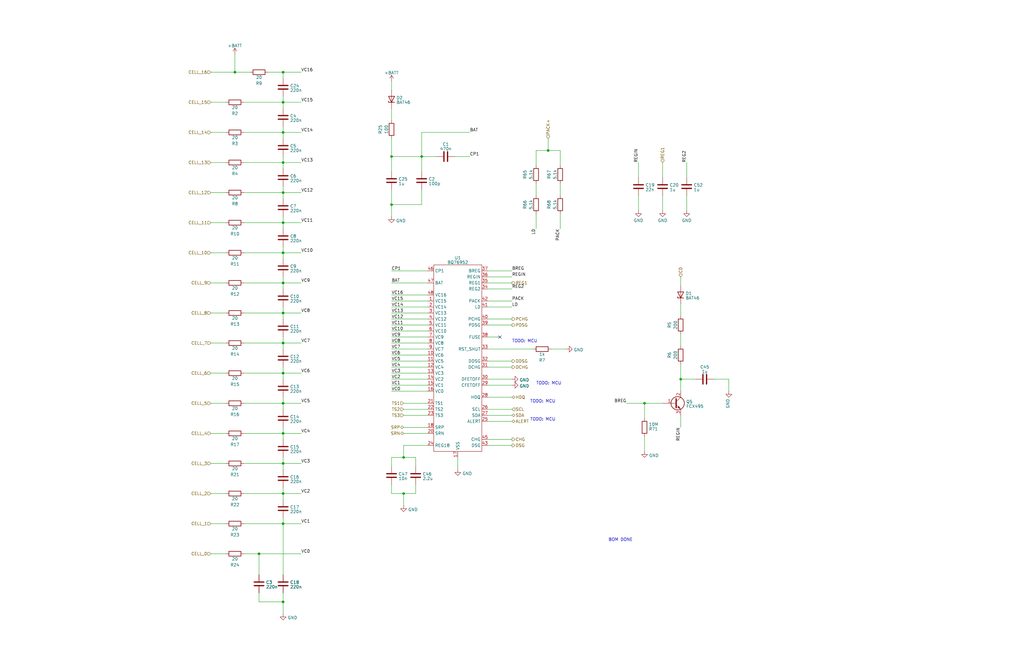
<source format=kicad_sch>
(kicad_sch (version 20230121) (generator eeschema)
  (paper "B")
  (title_block (title "Protection and Balancing") (date "2022-10-30") (rev "Rev 0") (company "QTech BMS Dept"))
  (junction (at 165.1 66.04))
  (junction (at 119.38 68.58))
  (junction (at 119.38 208.28))
  (junction (at 231.14 63.5))
  (junction (at 165.1 86.36))
  (junction (at 170.18 193.04))
  (junction (at 287.02 160.02))
  (junction (at 119.38 81.28))
  (junction (at 170.18 208.28))
  (junction (at 99.06 30.48))
  (junction (at 119.38 132.08))
  (junction (at 119.38 182.88))
  (junction (at 119.38 30.48))
  (junction (at 177.8 66.04))
  (junction (at 119.38 220.98))
  (junction (at 119.38 170.18))
  (junction (at 109.22 233.68))
  (junction (at 271.78 170.18))
  (junction (at 119.38 157.48))
  (junction (at 119.38 93.98))
  (junction (at 119.38 254))
  (junction (at 119.38 106.68))
  (junction (at 119.38 55.88))
  (junction (at 119.38 195.58))
  (junction (at 119.38 43.18))
  (junction (at 119.38 119.38))
  (junction (at 119.38 144.78))
  (no_connect (at 210.82 142.24))
  (wire (pts (xy 165.1 149.86) (xy 180.34 149.86)))
  (wire (pts (xy 191.77 66.04) (xy 198.12 66.04)))
  (wire (pts (xy 165.1 160.02) (xy 180.34 160.02)))
  (wire (pts (xy 88.9 195.58) (xy 95.25 195.58)))
  (wire (pts (xy 102.87 170.18) (xy 119.38 170.18)))
  (wire (pts (xy 287.02 128.27) (xy 287.02 133.35)))
  (wire (pts (xy 236.22 69.85) (xy 236.22 63.5)))
  (wire (pts (xy 102.87 43.18) (xy 119.38 43.18)))
  (wire (pts (xy 205.74 172.72) (xy 215.9 172.72)))
  (wire (pts (xy 119.38 55.88) (xy 119.38 58.42)))
  (wire (pts (xy 271.78 170.18) (xy 264.16 170.18)))
  (wire (pts (xy 205.74 154.94) (xy 215.9 154.94)))
  (wire (pts (xy 175.26 196.85) (xy 175.26 193.04)))
  (wire (pts (xy 205.74 129.54) (xy 215.9 129.54)))
  (wire (pts (xy 177.8 66.04) (xy 177.8 55.88)))
  (wire (pts (xy 119.38 116.84) (xy 119.38 119.38)))
  (wire (pts (xy 88.9 81.28) (xy 95.25 81.28)))
  (wire (pts (xy 205.74 147.32) (xy 224.79 147.32)))
  (wire (pts (xy 119.38 68.58) (xy 119.38 71.12)))
  (wire (pts (xy 165.1 137.16) (xy 180.34 137.16)))
  (wire (pts (xy 119.38 254) (xy 119.38 259.08)))
  (wire (pts (xy 177.8 72.39) (xy 177.8 66.04)))
  (wire (pts (xy 232.41 147.32) (xy 238.76 147.32)))
  (wire (pts (xy 165.1 129.54) (xy 180.34 129.54)))
  (wire (pts (xy 180.34 182.88) (xy 170.18 182.88)))
  (wire (pts (xy 269.24 68.58) (xy 269.24 74.93)))
  (wire (pts (xy 271.78 170.18) (xy 271.78 176.53)))
  (wire (pts (xy 119.38 205.74) (xy 119.38 208.28)))
  (wire (pts (xy 99.06 22.86) (xy 99.06 30.48)))
  (wire (pts (xy 165.1 132.08) (xy 180.34 132.08)))
  (wire (pts (xy 226.06 77.47) (xy 226.06 82.55)))
  (wire (pts (xy 119.38 167.64) (xy 119.38 170.18)))
  (wire (pts (xy 102.87 233.68) (xy 109.22 233.68)))
  (wire (pts (xy 165.1 80.01) (xy 165.1 86.36)))
  (wire (pts (xy 287.02 160.02) (xy 293.37 160.02)))
  (wire (pts (xy 119.38 157.48) (xy 127 157.48)))
  (wire (pts (xy 205.74 177.8) (xy 215.9 177.8)))
  (wire (pts (xy 205.74 116.84) (xy 215.9 116.84)))
  (wire (pts (xy 170.18 208.28) (xy 175.26 208.28)))
  (wire (pts (xy 109.22 233.68) (xy 127 233.68)))
  (wire (pts (xy 205.74 137.16) (xy 215.9 137.16)))
  (wire (pts (xy 119.38 132.08) (xy 119.38 134.62)))
  (wire (pts (xy 113.03 30.48) (xy 119.38 30.48)))
  (wire (pts (xy 119.38 66.04) (xy 119.38 68.58)))
  (wire (pts (xy 170.18 187.96) (xy 170.18 193.04)))
  (wire (pts (xy 193.04 193.04) (xy 193.04 198.12)))
  (wire (pts (xy 287.02 153.67) (xy 287.02 160.02)))
  (wire (pts (xy 119.38 250.19) (xy 119.38 254)))
  (wire (pts (xy 279.4 68.58) (xy 279.4 74.93)))
  (wire (pts (xy 88.9 170.18) (xy 95.25 170.18)))
  (wire (pts (xy 119.38 218.44) (xy 119.38 220.98)))
  (wire (pts (xy 119.38 157.48) (xy 119.38 160.02)))
  (wire (pts (xy 205.74 134.62) (xy 215.9 134.62)))
  (wire (pts (xy 119.38 68.58) (xy 127 68.58)))
  (wire (pts (xy 88.9 93.98) (xy 95.25 93.98)))
  (wire (pts (xy 99.06 30.48) (xy 105.41 30.48)))
  (wire (pts (xy 109.22 250.19) (xy 109.22 254)))
  (wire (pts (xy 119.38 180.34) (xy 119.38 182.88)))
  (wire (pts (xy 88.9 30.48) (xy 99.06 30.48)))
  (wire (pts (xy 165.1 34.29) (xy 165.1 38.1)))
  (wire (pts (xy 88.9 43.18) (xy 95.25 43.18)))
  (wire (pts (xy 119.38 195.58) (xy 127 195.58)))
  (wire (pts (xy 307.34 160.02) (xy 307.34 165.1)))
  (wire (pts (xy 170.18 193.04) (xy 165.1 193.04)))
  (wire (pts (xy 279.4 170.18) (xy 271.78 170.18)))
  (wire (pts (xy 119.38 93.98) (xy 119.38 96.52)))
  (wire (pts (xy 289.56 82.55) (xy 289.56 88.9)))
  (wire (pts (xy 88.9 68.58) (xy 95.25 68.58)))
  (wire (pts (xy 170.18 208.28) (xy 170.18 213.36)))
  (wire (pts (xy 300.99 160.02) (xy 307.34 160.02)))
  (wire (pts (xy 236.22 96.52) (xy 236.22 90.17)))
  (wire (pts (xy 119.38 208.28) (xy 127 208.28)))
  (wire (pts (xy 271.78 184.15) (xy 271.78 190.5)))
  (wire (pts (xy 88.9 119.38) (xy 95.25 119.38)))
  (wire (pts (xy 205.74 152.4) (xy 215.9 152.4)))
  (wire (pts (xy 119.38 30.48) (xy 127 30.48)))
  (wire (pts (xy 119.38 220.98) (xy 127 220.98)))
  (wire (pts (xy 205.74 119.38) (xy 215.9 119.38)))
  (wire (pts (xy 119.38 144.78) (xy 127 144.78)))
  (wire (pts (xy 180.34 180.34) (xy 170.18 180.34)))
  (wire (pts (xy 102.87 68.58) (xy 119.38 68.58)))
  (wire (pts (xy 180.34 172.72) (xy 170.18 172.72)))
  (wire (pts (xy 165.1 86.36) (xy 177.8 86.36)))
  (wire (pts (xy 165.1 66.04) (xy 177.8 66.04)))
  (wire (pts (xy 231.14 63.5) (xy 236.22 63.5)))
  (wire (pts (xy 102.87 132.08) (xy 119.38 132.08)))
  (wire (pts (xy 226.06 63.5) (xy 226.06 69.85)))
  (wire (pts (xy 102.87 81.28) (xy 119.38 81.28)))
  (wire (pts (xy 177.8 55.88) (xy 198.12 55.88)))
  (wire (pts (xy 279.4 82.55) (xy 279.4 88.9)))
  (wire (pts (xy 102.87 220.98) (xy 119.38 220.98)))
  (wire (pts (xy 205.74 114.3) (xy 215.9 114.3)))
  (wire (pts (xy 119.38 78.74) (xy 119.38 81.28)))
  (wire (pts (xy 88.9 157.48) (xy 95.25 157.48)))
  (wire (pts (xy 102.87 106.68) (xy 119.38 106.68)))
  (wire (pts (xy 165.1 204.47) (xy 165.1 208.28)))
  (wire (pts (xy 165.1 58.42) (xy 165.1 66.04)))
  (wire (pts (xy 102.87 93.98) (xy 119.38 93.98)))
  (wire (pts (xy 88.9 106.68) (xy 95.25 106.68)))
  (wire (pts (xy 102.87 157.48) (xy 119.38 157.48)))
  (wire (pts (xy 269.24 82.55) (xy 269.24 88.9)))
  (wire (pts (xy 287.02 140.97) (xy 287.02 146.05)))
  (wire (pts (xy 119.38 40.64) (xy 119.38 43.18)))
  (wire (pts (xy 205.74 160.02) (xy 215.9 160.02)))
  (wire (pts (xy 175.26 208.28) (xy 175.26 204.47)))
  (wire (pts (xy 205.74 121.92) (xy 215.9 121.92)))
  (wire (pts (xy 165.1 142.24) (xy 180.34 142.24)))
  (wire (pts (xy 165.1 208.28) (xy 170.18 208.28)))
  (wire (pts (xy 102.87 195.58) (xy 119.38 195.58)))
  (wire (pts (xy 88.9 144.78) (xy 95.25 144.78)))
  (wire (pts (xy 165.1 66.04) (xy 165.1 72.39)))
  (wire (pts (xy 119.38 55.88) (xy 127 55.88)))
  (wire (pts (xy 119.38 182.88) (xy 127 182.88)))
  (wire (pts (xy 165.1 124.46) (xy 180.34 124.46)))
  (wire (pts (xy 205.74 162.56) (xy 215.9 162.56)))
  (wire (pts (xy 88.9 220.98) (xy 95.25 220.98)))
  (wire (pts (xy 119.38 81.28) (xy 119.38 83.82)))
  (wire (pts (xy 119.38 119.38) (xy 119.38 121.92)))
  (wire (pts (xy 289.56 68.58) (xy 289.56 74.93)))
  (wire (pts (xy 165.1 127) (xy 180.34 127)))
  (wire (pts (xy 119.38 43.18) (xy 127 43.18)))
  (wire (pts (xy 236.22 82.55) (xy 236.22 77.47)))
  (wire (pts (xy 287.02 160.02) (xy 287.02 165.1)))
  (wire (pts (xy 119.38 220.98) (xy 119.38 242.57)))
  (wire (pts (xy 119.38 142.24) (xy 119.38 144.78)))
  (wire (pts (xy 119.38 195.58) (xy 119.38 198.12)))
  (wire (pts (xy 102.87 182.88) (xy 119.38 182.88)))
  (wire (pts (xy 287.02 175.26) (xy 287.02 180.34)))
  (wire (pts (xy 119.38 106.68) (xy 119.38 109.22)))
  (wire (pts (xy 119.38 193.04) (xy 119.38 195.58)))
  (wire (pts (xy 165.1 45.72) (xy 165.1 50.8)))
  (wire (pts (xy 88.9 132.08) (xy 95.25 132.08)))
  (wire (pts (xy 119.38 144.78) (xy 119.38 147.32)))
  (wire (pts (xy 109.22 233.68) (xy 109.22 242.57)))
  (wire (pts (xy 119.38 93.98) (xy 127 93.98)))
  (wire (pts (xy 119.38 43.18) (xy 119.38 45.72)))
  (wire (pts (xy 102.87 208.28) (xy 119.38 208.28)))
  (wire (pts (xy 102.87 144.78) (xy 119.38 144.78)))
  (wire (pts (xy 165.1 134.62) (xy 180.34 134.62)))
  (wire (pts (xy 119.38 132.08) (xy 127 132.08)))
  (wire (pts (xy 88.9 55.88) (xy 95.25 55.88)))
  (wire (pts (xy 102.87 55.88) (xy 119.38 55.88)))
  (wire (pts (xy 119.38 104.14) (xy 119.38 106.68)))
  (wire (pts (xy 119.38 170.18) (xy 119.38 172.72)))
  (wire (pts (xy 109.22 254) (xy 119.38 254)))
  (wire (pts (xy 231.14 63.5) (xy 231.14 58.42)))
  (wire (pts (xy 175.26 193.04) (xy 170.18 193.04)))
  (wire (pts (xy 205.74 185.42) (xy 215.9 185.42)))
  (wire (pts (xy 177.8 86.36) (xy 177.8 80.01)))
  (wire (pts (xy 165.1 193.04) (xy 165.1 196.85)))
  (wire (pts (xy 226.06 63.5) (xy 231.14 63.5)))
  (wire (pts (xy 205.74 175.26) (xy 215.9 175.26)))
  (wire (pts (xy 88.9 208.28) (xy 95.25 208.28)))
  (wire (pts (xy 119.38 81.28) (xy 127 81.28)))
  (wire (pts (xy 119.38 91.44) (xy 119.38 93.98)))
  (wire (pts (xy 165.1 165.1) (xy 180.34 165.1)))
  (wire (pts (xy 119.38 208.28) (xy 119.38 210.82)))
  (wire (pts (xy 165.1 139.7) (xy 180.34 139.7)))
  (wire (pts (xy 205.74 142.24) (xy 210.82 142.24)))
  (wire (pts (xy 165.1 144.78) (xy 180.34 144.78)))
  (wire (pts (xy 165.1 152.4) (xy 180.34 152.4)))
  (wire (pts (xy 165.1 86.36) (xy 165.1 91.44)))
  (wire (pts (xy 119.38 154.94) (xy 119.38 157.48)))
  (wire (pts (xy 205.74 127) (xy 215.9 127)))
  (wire (pts (xy 119.38 129.54) (xy 119.38 132.08)))
  (wire (pts (xy 205.74 187.96) (xy 215.9 187.96)))
  (wire (pts (xy 165.1 114.3) (xy 180.34 114.3)))
  (wire (pts (xy 170.18 187.96) (xy 180.34 187.96)))
  (wire (pts (xy 102.87 119.38) (xy 119.38 119.38)))
  (wire (pts (xy 180.34 175.26) (xy 170.18 175.26)))
  (wire (pts (xy 119.38 30.48) (xy 119.38 33.02)))
  (wire (pts (xy 226.06 90.17) (xy 226.06 96.52)))
  (wire (pts (xy 180.34 170.18) (xy 170.18 170.18)))
  (wire (pts (xy 88.9 233.68) (xy 95.25 233.68)))
  (wire (pts (xy 119.38 182.88) (xy 119.38 185.42)))
  (wire (pts (xy 165.1 154.94) (xy 180.34 154.94)))
  (wire (pts (xy 165.1 162.56) (xy 180.34 162.56)))
  (wire (pts (xy 119.38 53.34) (xy 119.38 55.88)))
  (wire (pts (xy 165.1 119.38) (xy 180.34 119.38)))
  (wire (pts (xy 119.38 170.18) (xy 127 170.18)))
  (wire (pts (xy 205.74 167.64) (xy 215.9 167.64)))
  (wire (pts (xy 177.8 66.04) (xy 184.15 66.04)))
  (wire (pts (xy 165.1 157.48) (xy 180.34 157.48)))
  (wire (pts (xy 119.38 119.38) (xy 127 119.38)))
  (wire (pts (xy 88.9 182.88) (xy 95.25 182.88)))
  (wire (pts (xy 287.02 116.84) (xy 287.02 120.65)))
  (wire (pts (xy 165.1 147.32) (xy 180.34 147.32)))
  (wire (pts (xy 119.38 106.68) (xy 127 106.68)))
  (text "TODO: MCU" (at 226.06 162.56 0) (effects (font (size 1.27 1.27)) (justify left bottom)))
  (text "BOM DONE" (at 256.54 228.6 0) (effects (font (size 1.27 1.27)) (justify left bottom)))
  (text "TODO: MCU" (at 223.52 170.18 0) (effects (font (size 1.27 1.27)) (justify left bottom)))
  (text "TODO: MCU" (at 215.9 144.78 0) (effects (font (size 1.27 1.27)) (justify left bottom)))
  (text "TODO: MCU" (at 223.52 177.8 0) (effects (font (size 1.27 1.27)) (justify left bottom)))
  (label "VC7" (at 127 144.78 0))
  (label "VC4" (at 165.1 154.94 0))
  (label "BAT" (at 198.12 55.88 0))
  (label "LD" (at 226.06 96.52 270))
  (label "VC1" (at 127 220.98 0))
  (label "VC5" (at 127 170.18 0))
  (label "VC0" (at 127 233.68 0))
  (label "VC15" (at 127 43.18 0))
  (label "LD" (at 215.9 129.54 0))
  (label "BAT" (at 165.1 119.38 0))
  (label "VC10" (at 165.1 139.7 0))
  (label "VC3" (at 127 195.58 0))
  (label "VC15" (at 165.1 127 0))
  (label "REGIN" (at 269.24 68.58 90))
  (label "PACK" (at 215.9 127 0))
  (label "VC3" (at 165.1 157.48 0))
  (label "REGIN" (at 215.9 116.84 0))
  (label "VC14" (at 165.1 129.54 0))
  (label "VC0" (at 165.1 165.1 0))
  (label "VC6" (at 165.1 149.86 0))
  (label "VC16" (at 165.1 124.46 0))
  (label "VC13" (at 165.1 132.08 0))
  (label "VC6" (at 127 157.48 0))
  (label "VC4" (at 127 182.88 0))
  (label "CP1" (at 198.12 66.04 0))
  (label "VC16" (at 127 30.48 0))
  (label "VC7" (at 165.1 147.32 0))
  (label "VC12" (at 165.1 134.62 0))
  (label "VC1" (at 165.1 162.56 0))
  (label "VC12" (at 127 81.28 0))
  (label "VC9" (at 165.1 142.24 0))
  (label "VC10" (at 127 106.68 0))
  (label "BREG" (at 264.16 170.18 180))
  (label "VC13" (at 127 68.58 0))
  (label "VC11" (at 127 93.98 0))
  (label "VC11" (at 165.1 137.16 0))
  (label "CP1" (at 165.1 114.3 0))
  (label "VC9" (at 127 119.38 0))
  (label "PACK" (at 236.22 96.52 270))
  (label "REG2" (at 215.9 121.92 0))
  (label "BREG" (at 215.9 114.3 0))
  (label "VC8" (at 127 132.08 0))
  (label "VC2" (at 165.1 160.02 0))
  (label "VC5" (at 165.1 152.4 0))
  (label "REGIN" (at 287.02 180.34 270))
  (label "VC14" (at 127 55.88 0))
  (label "VC8" (at 165.1 144.78 0))
  (label "REG2" (at 289.56 68.58 90))
  (label "VC2" (at 127 208.28 0))
  (hierarchical_label "PDSG" (shape output) (at 215.9 137.16 0))
  (hierarchical_label "SRP" (shape bidirectional) (at 170.18 180.34 180))
  (hierarchical_label "DSG" (shape output) (at 215.9 187.96 0))
  (hierarchical_label "CELL_13" (shape input) (at 88.9 68.58 180))
  (hierarchical_label "CELL_2" (shape input) (at 88.9 208.28 180))
  (hierarchical_label "CELL_14" (shape input) (at 88.9 55.88 180))
  (hierarchical_label "CELL_0" (shape input) (at 88.9 233.68 180))
  (hierarchical_label "CELL_15" (shape input) (at 88.9 43.18 180))
  (hierarchical_label "CELL_9" (shape input) (at 88.9 119.38 180))
  (hierarchical_label "REG1" (shape input) (at 279.4 68.58 90))
  (hierarchical_label "CELL_5" (shape input) (at 88.9 170.18 180))
  (hierarchical_label "CELL_3" (shape input) (at 88.9 195.58 180))
  (hierarchical_label "TS1" (shape input) (at 170.18 170.18 180))
  (hierarchical_label "TS2" (shape input) (at 170.18 172.72 180))
  (hierarchical_label "CELL_16" (shape input) (at 88.9 30.48 180))
  (hierarchical_label "CELL_10" (shape input) (at 88.9 106.68 180))
  (hierarchical_label "SCL" (shape input) (at 215.9 172.72 0))
  (hierarchical_label "CELL_7" (shape input) (at 88.9 144.78 180))
  (hierarchical_label "CELL_1" (shape input) (at 88.9 220.98 180))
  (hierarchical_label "CELL_4" (shape input) (at 88.9 182.88 180))
  (hierarchical_label "PACK+" (shape input) (at 231.14 58.42 90))
  (hierarchical_label "DDSG" (shape output) (at 215.9 152.4 0))
  (hierarchical_label "SRN" (shape bidirectional) (at 170.18 182.88 180))
  (hierarchical_label "DCHG" (shape output) (at 215.9 154.94 0))
  (hierarchical_label "PCHG" (shape output) (at 215.9 134.62 0))
  (hierarchical_label "TS3" (shape input) (at 170.18 175.26 180))
  (hierarchical_label "REG1" (shape output) (at 215.9 119.38 0))
  (hierarchical_label "SDA" (shape bidirectional) (at 215.9 175.26 0))
  (hierarchical_label "CHG" (shape output) (at 215.9 185.42 0))
  (hierarchical_label "CELL_11" (shape input) (at 88.9 93.98 180))
  (hierarchical_label "CELL_8" (shape input) (at 88.9 132.08 180))
  (hierarchical_label "HDQ" (shape bidirectional) (at 215.9 167.64 0))
  (hierarchical_label "ALERT" (shape bidirectional) (at 215.9 177.8 0))
  (hierarchical_label "CD" (shape input) (at 287.02 116.84 90))
  (hierarchical_label "CELL_12" (shape input) (at 88.9 81.28 180))
  (hierarchical_label "CELL_6" (shape input) (at 88.9 157.48 180))
  (symbol (lib_id "Device:R") (at 236.22 73.66 180) (unit 1)
    (property "Reference" "R67" (at 231.5042 73.66 90))
    (property "Value" "5.1k" (at 234.0411 73.66 90))
    (property "Footprint" "Resistor_SMD:R_0805_2012Metric" (effects hide))
    (property "Datasheet" "https://www.mouser.com/datasheet/2/447/PYu_RC_Group_51_RoHS_L_11-1984063.pdf" (effects hide))
    (property "Mouser" "https://www.mouser.com/ProductDetail/YAGEO/RC1206JR-075K1L?qs=sGAEpiMZZMtlubZbdhIBIBvSqRm9%252BnwjpZFs1r6dFlc%3D" (effects hide))
    (property "Part Number" "RC1206JR-075K1L" (effects hide))
    (property "Rating" "250mW" (effects hide))
  )
  (symbol (lib_id "Device:C") (at 269.24 78.74 180) (unit 1)
    (property "Reference" "C19" (at 272.161 78.0963 0) (effects (justify right)))
    (property "Value" "22n" (at 272.161 80.0173 0) (effects (justify right)))
    (property "Footprint" "Capacitor_SMD:C_0805_2012Metric" (effects hide))
    (property "Datasheet" "https://www.mouser.com/datasheet/2/585/Samsung_MLCC_1837944-1929650.pdf" (effects hide))
    (property "Mouser" "https://www.mouser.com/ProductDetail/Samsung-Electro-Mechanics/CL21B223KBANNWC?qs=sGAEpiMZZMs7ZEmUmaUL0wnmEc5iLKHPtt1rJVYhzS8%3D" (effects hide))
    (property "Part Number" "CL21B223KBANNWC" (effects hide))
    (property "Rating" "50V" (effects hide))
  )
  (symbol (lib_id "Device:R") (at 99.06 43.18 270) (unit 1)
    (property "Reference" "R2" (at 99.06 47.8958 90))
    (property "Value" "20" (at 99.06 45.3589 90))
    (property "Footprint" "Resistor_SMD:R_1210_3225Metric" (effects hide))
    (property "Datasheet" "https://www.vishay.com/doc?28773" (effects hide))
    (property "Mouser" "https://www.mouser.com/ProductDetail/Vishay-Dale/CRCW120620R0FKEAC?qs=sGAEpiMZZMtlubZbdhIBIIZe04wfiaJWRZ0aKsAnSF4%3D" (effects hide))
    (property "Part Number" "CRCW120620R0FKEAC" (effects hide))
    (property "Rating" "1/4W" (effects hide))
  )
  (symbol (lib_id "Device:R") (at 226.06 86.36 180) (unit 1)
    (property "Reference" "R66" (at 221.3442 86.36 90))
    (property "Value" "5.1k" (at 223.8811 86.36 90))
    (property "Footprint" "Resistor_SMD:R_0805_2012Metric" (effects hide))
    (property "Datasheet" "https://www.mouser.com/datasheet/2/447/PYu_RC_Group_51_RoHS_L_11-1984063.pdf" (effects hide))
    (property "Mouser" "https://www.mouser.com/ProductDetail/YAGEO/RC1206JR-075K1L?qs=sGAEpiMZZMtlubZbdhIBIBvSqRm9%252BnwjpZFs1r6dFlc%3D" (effects hide))
    (property "Part Number" "RC1206JR-075K1L" (effects hide))
    (property "Rating" "250mW" (effects hide))
  )
  (symbol (lib_id "Device:R") (at 99.06 119.38 270) (unit 1)
    (property "Reference" "R12" (at 99.06 124.0958 90))
    (property "Value" "20" (at 99.06 121.5589 90))
    (property "Footprint" "Resistor_SMD:R_1210_3225Metric" (effects hide))
    (property "Datasheet" "https://www.vishay.com/doc?28773" (effects hide))
    (property "Mouser" "https://www.mouser.com/ProductDetail/Vishay-Dale/CRCW120620R0FKEAC?qs=sGAEpiMZZMtlubZbdhIBIIZe04wfiaJWRZ0aKsAnSF4%3D" (effects hide))
    (property "Part Number" "CRCW120620R0FKEAC" (effects hide))
    (property "Rating" "1/4W" (effects hide))
  )
  (symbol (lib_id "Device:R") (at 99.06 132.08 270) (unit 1)
    (property "Reference" "R13" (at 99.06 136.7958 90))
    (property "Value" "20" (at 99.06 134.2589 90))
    (property "Footprint" "Resistor_SMD:R_1210_3225Metric" (effects hide))
    (property "Datasheet" "https://www.vishay.com/doc?28773" (effects hide))
    (property "Mouser" "https://www.mouser.com/ProductDetail/Vishay-Dale/CRCW120620R0FKEAC?qs=sGAEpiMZZMtlubZbdhIBIIZe04wfiaJWRZ0aKsAnSF4%3D" (effects hide))
    (property "Part Number" "CRCW120620R0FKEAC" (effects hide))
    (property "Rating" "1/4W" (effects hide))
  )
  (symbol (lib_id "Device:C") (at 119.38 113.03 0) (unit 1)
    (property "Reference" "C9" (at 122.301 112.3863 0) (effects (justify left)))
    (property "Value" "220n" (at 122.301 114.3073 0) (effects (justify left)))
    (property "Footprint" "Capacitor_SMD:C_0603_1608Metric" (effects hide))
    (property "Datasheet" "https://www.mouser.com/datasheet/2/281/1/GRM188R71E224KA88_01A-1985939.pdf" (effects hide))
    (property "Mouser" "https://www.mouser.com/ProductDetail/Murata-Electronics/GRM188R71E224KA88J?qs=sGAEpiMZZMsh%252B1woXyUXjzfHhryCVQWKGSTUJyXJFXk%3D" (effects hide))
    (property "Part Number" "GRM188R71E224KA88J" (effects hide))
    (property "Rating" "25 VDC" (effects hide))
  )
  (symbol (lib_id "Device:D_Zener") (at 165.1 41.91 90) (unit 1)
    (property "Reference" "D2" (at 167.132 41.2663 90) (effects (justify right)))
    (property "Value" "BAT46" (at 167.132 43.1873 90) (effects (justify right)))
    (property "Footprint" "Diode_SMD:D_SOD-123" (effects hide))
    (property "Datasheet" "https://www.mouser.com/datasheet/2/258/BAT46WHE3_SOD_123_-1957551.pdf" (effects hide))
    (property "Mouser" "https://www.mouser.com/ProductDetail/Micro-Commercial-Components-MCC/BAT46WHE3-TP?qs=HBWAp0VN4RhwZZGh4BO67Q%3D%3D" (effects hide))
    (property "Part Number" "BAT46WHE3-TP" (effects hide))
    (property "Rating" "100V 150mA" (effects hide))
  )
  (symbol (lib_id "Device:C") (at 165.1 76.2 180) (unit 1)
    (property "Reference" "C25" (at 168.021 75.5563 0) (effects (justify right)))
    (property "Value" "1u" (at 168.021 77.4773 0) (effects (justify right)))
    (property "Footprint" "Capacitor_SMD:C_1206_3216Metric" (effects hide))
    (property "Datasheet" "https://www.mouser.com/datasheet/2/585/MLCC-1837944.pdf" (effects hide))
    (property "Mouser" "https://www.mouser.com/ProductDetail/Samsung-Electro-Mechanics/CL31B105KCHNNNE?qs=sGAEpiMZZMsh%252B1woXyUXj7iNKXiFkBmwUqTRcZ61bFU%3D" (effects hide))
    (property "Part Number" "CL31B105KCHNNNE" (effects hide))
    (property "Rating" "100V" (effects hide))
  )
  (symbol (lib_id "Device:R") (at 99.06 208.28 270) (unit 1)
    (property "Reference" "R22" (at 99.06 212.9958 90))
    (property "Value" "20" (at 99.06 210.4589 90))
    (property "Footprint" "Resistor_SMD:R_1210_3225Metric" (effects hide))
    (property "Datasheet" "https://www.vishay.com/doc?28773" (effects hide))
    (property "Mouser" "https://www.mouser.com/ProductDetail/Vishay-Dale/CRCW120620R0FKEAC?qs=sGAEpiMZZMtlubZbdhIBIIZe04wfiaJWRZ0aKsAnSF4%3D" (effects hide))
    (property "Part Number" "CRCW120620R0FKEAC" (effects hide))
    (property "Rating" "1/4W" (effects hide))
  )
  (symbol (lib_id "Device:C") (at 289.56 78.74 180) (unit 1)
    (property "Reference" "C52" (at 292.481 78.0963 0) (effects (justify right)))
    (property "Value" "1u" (at 292.481 80.0173 0) (effects (justify right)))
    (property "Footprint" "Capacitor_SMD:C_0603_1608Metric" (effects hide))
    (property "Datasheet" "https://www.mouser.com/datasheet/2/585/MLCC-1837944.pdf" (effects hide))
    (property "Mouser" "https://www.mouser.com/ProductDetail/Samsung-Electro-Mechanics/CL10B105KA8NNND?qs=sGAEpiMZZMs7ZEmUmaUL03JOSOi7G3a3Pbmf%252BVZ%2FyZWWNareYBTNVg%3D%3D" (effects hide))
    (property "Part Number" "CL10B105KA8NNND" (effects hide))
    (property "Rating" "25V" (effects hide))
  )
  (symbol (lib_id "Device:R") (at 99.06 233.68 270) (unit 1)
    (property "Reference" "R24" (at 99.06 238.3958 90))
    (property "Value" "20" (at 99.06 235.8589 90))
    (property "Footprint" "Resistor_SMD:R_1210_3225Metric" (effects hide))
    (property "Datasheet" "https://www.vishay.com/doc?28773" (effects hide))
    (property "Mouser" "https://www.mouser.com/ProductDetail/Vishay-Dale/CRCW120620R0FKEAC?qs=sGAEpiMZZMtlubZbdhIBIIZe04wfiaJWRZ0aKsAnSF4%3D" (effects hide))
    (property "Part Number" "CRCW120620R0FKEAC" (effects hide))
    (property "Rating" "1/4W" (effects hide))
  )
  (symbol (lib_id "Device:R") (at 236.22 86.36 180) (unit 1)
    (property "Reference" "R68" (at 231.5042 86.36 90))
    (property "Value" "5.1k" (at 234.0411 86.36 90))
    (property "Footprint" "Resistor_SMD:R_0805_2012Metric" (effects hide))
    (property "Datasheet" "https://www.mouser.com/datasheet/2/447/PYu_RC_Group_51_RoHS_L_11-1984063.pdf" (effects hide))
    (property "Mouser" "https://www.mouser.com/ProductDetail/YAGEO/RC1206JR-075K1L?qs=sGAEpiMZZMtlubZbdhIBIBvSqRm9%252BnwjpZFs1r6dFlc%3D" (effects hide))
    (property "Part Number" "RC1206JR-075K1L" (effects hide))
    (property "Rating" "250mW" (effects hide))
  )
  (symbol (lib_id "power:GND") (at 269.24 88.9 0) (unit 1)
    (property "Reference" "#PWR09" (effects hide))
    (property "Value" "GND" (at 269.24 93.0355 0))
  )
  (symbol (lib_id "Device:C") (at 279.4 78.74 180) (unit 1)
    (property "Reference" "C20" (at 282.321 78.0963 0) (effects (justify right)))
    (property "Value" "1u" (at 282.321 80.0173 0) (effects (justify right)))
    (property "Footprint" "Capacitor_SMD:C_0603_1608Metric" (effects hide))
    (property "Datasheet" "https://www.mouser.com/datasheet/2/585/MLCC-1837944.pdf" (effects hide))
    (property "Mouser" "https://www.mouser.com/ProductDetail/Samsung-Electro-Mechanics/CL10B105KA8NNND?qs=sGAEpiMZZMs7ZEmUmaUL03JOSOi7G3a3Pbmf%252BVZ%2FyZWWNareYBTNVg%3D%3D" (effects hide))
    (property "Part Number" "CL10B105KA8NNND" (effects hide))
    (property "Rating" "25V" (effects hide))
  )
  (symbol (lib_id "power:+BATT") (at 99.06 22.86 0) (unit 1)
    (property "Reference" "#PWR03" (effects hide))
    (property "Value" "+BATT" (at 99.06 19.2842 0))
  )
  (symbol (lib_id "Device:C") (at 119.38 214.63 0) (unit 1)
    (property "Reference" "C17" (at 122.301 213.9863 0) (effects (justify left)))
    (property "Value" "220n" (at 122.301 215.9073 0) (effects (justify left)))
    (property "Footprint" "Capacitor_SMD:C_0603_1608Metric" (effects hide))
    (property "Datasheet" "https://www.mouser.com/datasheet/2/281/1/GRM188R71E224KA88_01A-1985939.pdf" (effects hide))
    (property "Mouser" "https://www.mouser.com/ProductDetail/Murata-Electronics/GRM188R71E224KA88J?qs=sGAEpiMZZMsh%252B1woXyUXjzfHhryCVQWKGSTUJyXJFXk%3D" (effects hide))
    (property "Part Number" "GRM188R71E224KA88J" (effects hide))
    (property "Rating" "25 VDC" (effects hide))
  )
  (symbol (lib_id "Device:R") (at 99.06 93.98 270) (unit 1)
    (property "Reference" "R10" (at 99.06 98.6958 90))
    (property "Value" "20" (at 99.06 96.1589 90))
    (property "Footprint" "Resistor_SMD:R_1210_3225Metric" (effects hide))
    (property "Datasheet" "https://www.vishay.com/doc?28773" (effects hide))
    (property "Mouser" "https://www.mouser.com/ProductDetail/Vishay-Dale/CRCW120620R0FKEAC?qs=sGAEpiMZZMtlubZbdhIBIIZe04wfiaJWRZ0aKsAnSF4%3D" (effects hide))
    (property "Part Number" "CRCW120620R0FKEAC" (effects hide))
    (property "Rating" "1/4W" (effects hide))
  )
  (symbol (lib_id "Device:C") (at 119.38 138.43 0) (unit 1)
    (property "Reference" "C11" (at 122.301 137.7863 0) (effects (justify left)))
    (property "Value" "220n" (at 122.301 139.7073 0) (effects (justify left)))
    (property "Footprint" "Capacitor_SMD:C_0603_1608Metric" (effects hide))
    (property "Datasheet" "https://www.mouser.com/datasheet/2/281/1/GRM188R71E224KA88_01A-1985939.pdf" (effects hide))
    (property "Mouser" "https://www.mouser.com/ProductDetail/Murata-Electronics/GRM188R71E224KA88J?qs=sGAEpiMZZMsh%252B1woXyUXjzfHhryCVQWKGSTUJyXJFXk%3D" (effects hide))
    (property "Part Number" "GRM188R71E224KA88J" (effects hide))
    (property "Rating" "25 VDC" (effects hide))
  )
  (symbol (lib_id "Device:C") (at 297.18 160.02 270) (unit 1)
    (property "Reference" "C45" (at 297.18 154.8511 90))
    (property "Value" "1u" (at 297.18 156.7721 90))
    (property "Footprint" "Capacitor_SMD:C_1206_3216Metric" (effects hide))
    (property "Datasheet" "https://www.mouser.com/datasheet/2/585/MLCC-1837944.pdf" (effects hide))
    (property "Mouser" "https://www.mouser.com/ProductDetail/Samsung-Electro-Mechanics/CL31B105KCHNNNE?qs=sGAEpiMZZMsh%252B1woXyUXj7iNKXiFkBmwUqTRcZ61bFU%3D" (effects hide))
    (property "Part Number" "CL31B105KCHNNNE" (effects hide))
    (property "Rating" "100V" (effects hide))
  )
  (symbol (lib_id "Device:C") (at 119.38 163.83 0) (unit 1)
    (property "Reference" "C13" (at 122.301 163.1863 0) (effects (justify left)))
    (property "Value" "220n" (at 122.301 165.1073 0) (effects (justify left)))
    (property "Footprint" "Capacitor_SMD:C_0603_1608Metric" (effects hide))
    (property "Datasheet" "https://www.mouser.com/datasheet/2/281/1/GRM188R71E224KA88_01A-1985939.pdf" (effects hide))
    (property "Mouser" "https://www.mouser.com/ProductDetail/Murata-Electronics/GRM188R71E224KA88J?qs=sGAEpiMZZMsh%252B1woXyUXjzfHhryCVQWKGSTUJyXJFXk%3D" (effects hide))
    (property "Part Number" "GRM188R71E224KA88J" (effects hide))
    (property "Rating" "25 VDC" (effects hide))
  )
  (symbol (lib_id "Device:R") (at 99.06 195.58 270) (unit 1)
    (property "Reference" "R21" (at 99.06 200.2958 90))
    (property "Value" "20" (at 99.06 197.7589 90))
    (property "Footprint" "Resistor_SMD:R_1210_3225Metric" (effects hide))
    (property "Datasheet" "https://www.vishay.com/doc?28773" (effects hide))
    (property "Mouser" "https://www.mouser.com/ProductDetail/Vishay-Dale/CRCW120620R0FKEAC?qs=sGAEpiMZZMtlubZbdhIBIIZe04wfiaJWRZ0aKsAnSF4%3D" (effects hide))
    (property "Part Number" "CRCW120620R0FKEAC" (effects hide))
    (property "Rating" "1/4W" (effects hide))
  )
  (symbol (lib_id "power:GND") (at 238.76 147.32 90) (unit 1)
    (property "Reference" "#PWR033" (effects hide))
    (property "Value" "GND" (at 241.935 147.6368 90) (effects (justify right)))
  )
  (symbol (lib_id "Device:C") (at 109.22 246.38 0) (unit 1)
    (property "Reference" "C3" (at 112.141 245.7363 0) (effects (justify left)))
    (property "Value" "220n" (at 112.141 247.6573 0) (effects (justify left)))
    (property "Footprint" "Capacitor_SMD:C_0603_1608Metric" (effects hide))
    (property "Datasheet" "https://www.mouser.com/datasheet/2/281/1/GRM188R71E224KA88_01A-1985939.pdf" (effects hide))
    (property "Mouser" "https://www.mouser.com/ProductDetail/Murata-Electronics/GRM188R71E224KA88J?qs=sGAEpiMZZMsh%252B1woXyUXjzfHhryCVQWKGSTUJyXJFXk%3D" (effects hide))
    (property "Part Number" "GRM188R71E224KA88J" (effects hide))
    (property "Rating" "25 VDC" (effects hide))
  )
  (symbol (lib_id "Device:R") (at 99.06 106.68 270) (unit 1)
    (property "Reference" "R11" (at 99.06 111.3958 90))
    (property "Value" "20" (at 99.06 108.8589 90))
    (property "Footprint" "Resistor_SMD:R_1210_3225Metric" (effects hide))
    (property "Datasheet" "https://www.vishay.com/doc?28773" (effects hide))
    (property "Mouser" "https://www.mouser.com/ProductDetail/Vishay-Dale/CRCW120620R0FKEAC?qs=sGAEpiMZZMtlubZbdhIBIIZe04wfiaJWRZ0aKsAnSF4%3D" (effects hide))
    (property "Part Number" "CRCW120620R0FKEAC" (effects hide))
    (property "Rating" "1/4W" (effects hide))
  )
  (symbol (lib_id "Device:R") (at 228.6 147.32 270) (unit 1)
    (property "Reference" "R7" (at 228.6 152.0358 90))
    (property "Value" "1k" (at 228.6 149.4989 90))
    (property "Footprint" "Resistor_SMD:R_0603_1608Metric" (effects hide))
    (property "Datasheet" "https://www.vishay.com/doc?20035" (effects hide))
    (property "Mouser" "https://www.mouser.com/ProductDetail/Vishay-Dale/CRCW06031K00FKEC?qs=sGAEpiMZZMtlubZbdhIBIO43cdRDMqnZdC%2FvLADwXWY%3D" (effects hide))
    (property "Part Number" "CRCW06031K00FKEC" (effects hide))
    (property "Rating" "100mW" (effects hide))
  )
  (symbol (lib_id "Device:C") (at 119.38 151.13 0) (unit 1)
    (property "Reference" "C12" (at 122.301 150.4863 0) (effects (justify left)))
    (property "Value" "220n" (at 122.301 152.4073 0) (effects (justify left)))
    (property "Footprint" "Capacitor_SMD:C_0603_1608Metric" (effects hide))
    (property "Datasheet" "https://www.mouser.com/datasheet/2/281/1/GRM188R71E224KA88_01A-1985939.pdf" (effects hide))
    (property "Mouser" "https://www.mouser.com/ProductDetail/Murata-Electronics/GRM188R71E224KA88J?qs=sGAEpiMZZMsh%252B1woXyUXjzfHhryCVQWKGSTUJyXJFXk%3D" (effects hide))
    (property "Part Number" "GRM188R71E224KA88J" (effects hide))
    (property "Rating" "25 VDC" (effects hide))
  )
  (symbol (lib_id "Device:R") (at 226.06 73.66 180) (unit 1)
    (property "Reference" "R65" (at 221.3442 73.66 90))
    (property "Value" "5.1k" (at 223.8811 73.66 90))
    (property "Footprint" "Resistor_SMD:R_0805_2012Metric" (effects hide))
    (property "Datasheet" "https://www.mouser.com/datasheet/2/447/PYu_RC_Group_51_RoHS_L_11-1984063.pdf" (effects hide))
    (property "Mouser" "https://www.mouser.com/ProductDetail/YAGEO/RC1206JR-075K1L?qs=sGAEpiMZZMtlubZbdhIBIBvSqRm9%252BnwjpZFs1r6dFlc%3D" (effects hide))
    (property "Part Number" "RC1206JR-075K1L" (effects hide))
    (property "Rating" "250mW" (effects hide))
  )
  (symbol (lib_id "power:GND") (at 307.34 165.1 0) (unit 1)
    (property "Reference" "#PWR012" (effects hide))
    (property "Value" "GND" (at 306.9062 168.275 90) (effects (justify right)))
  )
  (symbol (lib_id "Device:R") (at 109.22 30.48 270) (unit 1)
    (property "Reference" "R9" (at 109.22 35.1958 90))
    (property "Value" "20" (at 109.22 32.6589 90))
    (property "Footprint" "Resistor_SMD:R_1210_3225Metric" (effects hide))
    (property "Datasheet" "https://www.vishay.com/doc?28773" (effects hide))
    (property "Mouser" "https://www.mouser.com/ProductDetail/Vishay-Dale/CRCW120620R0FKEAC?qs=sGAEpiMZZMtlubZbdhIBIIZe04wfiaJWRZ0aKsAnSF4%3D" (effects hide))
    (property "Part Number" "CRCW120620R0FKEAC" (effects hide))
    (property "Rating" "1/4W" (effects hide))
  )
  (symbol (lib_id "power:GND") (at 170.18 213.36 0) (unit 1)
    (property "Reference" "#PWR032" (effects hide))
    (property "Value" "GND" (at 172.085 215.0638 0) (effects (justify left)))
  )
  (symbol (lib_id "Device:R") (at 287.02 137.16 180) (unit 1)
    (property "Reference" "R5" (at 282.3042 137.16 90))
    (property "Value" "200" (at 284.8411 137.16 90))
    (property "Footprint" "Resistor_SMD:R_0805_2012Metric" (effects hide))
    (property "Datasheet" "https://www.mouser.com/datasheet/2/54/cr-1858361.pdf" (effects hide))
    (property "Mouser" "https://www.mouser.com/ProductDetail/Bourns/CR2512-JW-201ELF?qs=sGAEpiMZZMtlubZbdhIBIFx6EhAlX5Miu5jHMJgEsMg%3D" (effects hide))
    (property "Part Number" "CR2512-JW-201ELF" (effects hide))
    (property "Rating" "1W" (effects hide))
  )
  (symbol (lib_id "Device:Q_NPN_BCE") (at 284.48 170.18 0) (unit 1)
    (property "Reference" "Q5" (at 289.3314 169.5363 0) (effects (justify left)))
    (property "Value" "FCX495" (at 289.3314 171.4573 0) (effects (justify left)))
    (property "Footprint" "Package_TO_SOT_SMD:SOT-89-3" (effects hide))
    (property "Datasheet" "https://www.diodes.com/assets/Datasheets/FCX495.pdf" (effects hide))
    (property "Mouser" "https://www.mouser.com/ProductDetail/Diodes-Incorporated/FCX495TA?qs=fpoYs8%2FwAu9bxDJK3FfPWA%3D%3D" (effects hide))
    (property "Part Number" "FCX495TA" (effects hide))
    (property "Rating" "150V 1A" (effects hide))
  )
  (symbol (lib_id "Device:C") (at 119.38 201.93 0) (unit 1)
    (property "Reference" "C16" (at 122.301 201.2863 0) (effects (justify left)))
    (property "Value" "220n" (at 122.301 203.2073 0) (effects (justify left)))
    (property "Footprint" "Capacitor_SMD:C_0603_1608Metric" (effects hide))
    (property "Datasheet" "https://www.mouser.com/datasheet/2/281/1/GRM188R71E224KA88_01A-1985939.pdf" (effects hide))
    (property "Mouser" "https://www.mouser.com/ProductDetail/Murata-Electronics/GRM188R71E224KA88J?qs=sGAEpiMZZMsh%252B1woXyUXjzfHhryCVQWKGSTUJyXJFXk%3D" (effects hide))
    (property "Part Number" "GRM188R71E224KA88J" (effects hide))
    (property "Rating" "25 VDC" (effects hide))
  )
  (symbol (lib_id "power:GND") (at 279.4 88.9 0) (unit 1)
    (property "Reference" "#PWR08" (effects hide))
    (property "Value" "GND" (at 279.4 93.0355 0))
  )
  (symbol (lib_id "Device:C") (at 177.8 76.2 180) (unit 1)
    (property "Reference" "C2" (at 180.721 75.5563 0) (effects (justify right)))
    (property "Value" "100p" (at 180.721 77.4773 0) (effects (justify right)))
    (property "Footprint" "Capacitor_SMD:C_0603_1608Metric" (effects hide))
    (property "Datasheet" "https://www.mouser.com/datasheet/2/281/1/GCM1885C2A101JA16_01A-3142697.pdf" (effects hide))
    (property "Mouser" "https://www.mouser.com/ProductDetail/Murata-Electronics/GCM1885C2A101JA16D?qs=sGAEpiMZZMs7ZEmUmaUL05tK3UxeJStQD5AHYzB%252BilI%3D" (effects hide))
    (property "Part Number" "GCM1885C2A101JA16D" (effects hide))
    (property "Rating" "100V" (effects hide))
  )
  (symbol (lib_id "power:GND") (at 165.1 91.44 0) (unit 1)
    (property "Reference" "#PWR04" (effects hide))
    (property "Value" "GND" (at 167.005 93.1438 0) (effects (justify left)))
  )
  (symbol (lib_id "Device:R") (at 99.06 81.28 270) (unit 1)
    (property "Reference" "R8" (at 99.06 85.9958 90))
    (property "Value" "20" (at 99.06 83.4589 90))
    (property "Footprint" "Resistor_SMD:R_1210_3225Metric" (effects hide))
    (property "Datasheet" "https://www.vishay.com/doc?28773" (effects hide))
    (property "Mouser" "https://www.mouser.com/ProductDetail/Vishay-Dale/CRCW120620R0FKEAC?qs=sGAEpiMZZMtlubZbdhIBIIZe04wfiaJWRZ0aKsAnSF4%3D" (effects hide))
    (property "Part Number" "CRCW120620R0FKEAC" (effects hide))
    (property "Rating" "1/4W" (effects hide))
  )
  (symbol (lib_id "Device:R") (at 99.06 220.98 270) (unit 1)
    (property "Reference" "R23" (at 99.06 225.6958 90))
    (property "Value" "20" (at 99.06 223.1589 90))
    (property "Footprint" "Resistor_SMD:R_1210_3225Metric" (effects hide))
    (property "Datasheet" "https://www.vishay.com/doc?28773" (effects hide))
    (property "Mouser" "https://www.mouser.com/ProductDetail/Vishay-Dale/CRCW120620R0FKEAC?qs=sGAEpiMZZMtlubZbdhIBIIZe04wfiaJWRZ0aKsAnSF4%3D" (effects hide))
    (property "Part Number" "CRCW120620R0FKEAC" (effects hide))
    (property "Rating" "1/4W" (effects hide))
  )
  (symbol (lib_id "Device:R") (at 99.06 157.48 270) (unit 1)
    (property "Reference" "R15" (at 99.06 162.1958 90))
    (property "Value" "20" (at 99.06 159.6589 90))
    (property "Footprint" "Resistor_SMD:R_1210_3225Metric" (effects hide))
    (property "Datasheet" "https://www.vishay.com/doc?28773" (effects hide))
    (property "Mouser" "https://www.mouser.com/ProductDetail/Vishay-Dale/CRCW120620R0FKEAC?qs=sGAEpiMZZMtlubZbdhIBIIZe04wfiaJWRZ0aKsAnSF4%3D" (effects hide))
    (property "Part Number" "CRCW120620R0FKEAC" (effects hide))
    (property "Rating" "1/4W" (effects hide))
  )
  (symbol (lib_id "Device:C") (at 119.38 246.38 0) (unit 1)
    (property "Reference" "C18" (at 122.301 245.7363 0) (effects (justify left)))
    (property "Value" "220n" (at 122.301 247.6573 0) (effects (justify left)))
    (property "Footprint" "Capacitor_SMD:C_0603_1608Metric" (effects hide))
    (property "Datasheet" "https://www.mouser.com/datasheet/2/281/1/GRM188R71E224KA88_01A-1985939.pdf" (effects hide))
    (property "Mouser" "https://www.mouser.com/ProductDetail/Murata-Electronics/GRM188R71E224KA88J?qs=sGAEpiMZZMsh%252B1woXyUXjzfHhryCVQWKGSTUJyXJFXk%3D" (effects hide))
    (property "Part Number" "GRM188R71E224KA88J" (effects hide))
    (property "Rating" "25 VDC" (effects hide))
  )
  (symbol (lib_id "Device:C") (at 165.1 200.66 180) (unit 1)
    (property "Reference" "C47" (at 168.021 200.0163 0) (effects (justify right)))
    (property "Value" "10n" (at 168.021 201.9373 0) (effects (justify right)))
    (property "Footprint" "Capacitor_SMD:C_0603_1608Metric" (effects hide))
    (property "Datasheet" "https://www.vishay.com/doc?28548" (effects hide))
    (property "Mouser" "https://www.mouser.com/ProductDetail/Vishay-Vitramon/VJ0402Y103JXXCW1BC?qs=sGAEpiMZZMs7ZEmUmaUL0%2F1oDFI5nE5RnMZJfZTtjw0%3D" (effects hide))
    (property "Part Number" "VJ0402Y103JXXCW1BC" (effects hide))
    (property "Rating" "25V" (effects hide))
  )
  (symbol (lib_id "Device:C") (at 119.38 176.53 0) (unit 1)
    (property "Reference" "C14" (at 122.301 175.8863 0) (effects (justify left)))
    (property "Value" "220n" (at 122.301 177.8073 0) (effects (justify left)))
    (property "Footprint" "Capacitor_SMD:C_0603_1608Metric" (effects hide))
    (property "Datasheet" "https://www.mouser.com/datasheet/2/281/1/GRM188R71E224KA88_01A-1985939.pdf" (effects hide))
    (property "Mouser" "https://www.mouser.com/ProductDetail/Murata-Electronics/GRM188R71E224KA88J?qs=sGAEpiMZZMsh%252B1woXyUXjzfHhryCVQWKGSTUJyXJFXk%3D" (effects hide))
    (property "Part Number" "GRM188R71E224KA88J" (effects hide))
    (property "Rating" "25 VDC" (effects hide))
  )
  (symbol (lib_id "Device:R") (at 287.02 149.86 180) (unit 1)
    (property "Reference" "R6" (at 282.3042 149.86 90))
    (property "Value" "200" (at 284.8411 149.86 90))
    (property "Footprint" "Resistor_SMD:R_0805_2012Metric" (effects hide))
    (property "Datasheet" "https://www.mouser.com/datasheet/2/54/cr-1858361.pdf" (effects hide))
    (property "Mouser" "https://www.mouser.com/ProductDetail/Bourns/CR2512-JW-201ELF?qs=sGAEpiMZZMtlubZbdhIBIFx6EhAlX5Miu5jHMJgEsMg%3D" (effects hide))
    (property "Part Number" "CR2512-JW-201ELF" (effects hide))
    (property "Rating" "1W" (effects hide))
  )
  (symbol (lib_id "Device:R") (at 99.06 144.78 270) (unit 1)
    (property "Reference" "R14" (at 99.06 149.4958 90))
    (property "Value" "20" (at 99.06 146.9589 90))
    (property "Footprint" "Resistor_SMD:R_1210_3225Metric" (effects hide))
    (property "Datasheet" "https://www.vishay.com/doc?28773" (effects hide))
    (property "Mouser" "https://www.mouser.com/ProductDetail/Vishay-Dale/CRCW120620R0FKEAC?qs=sGAEpiMZZMtlubZbdhIBIIZe04wfiaJWRZ0aKsAnSF4%3D" (effects hide))
    (property "Part Number" "CRCW120620R0FKEAC" (effects hide))
    (property "Rating" "1/4W" (effects hide))
  )
  (symbol (lib_id "Device:D_Zener") (at 287.02 124.46 90) (unit 1)
    (property "Reference" "D1" (at 289.052 123.8163 90) (effects (justify right)))
    (property "Value" "BAT46" (at 289.052 125.7373 90) (effects (justify right)))
    (property "Footprint" "Diode_SMD:D_SOD-123" (effects hide))
    (property "Datasheet" "https://www.mouser.com/datasheet/2/258/BAT46WHE3_SOD_123_-1957551.pdf" (effects hide))
    (property "Mouser" "https://www.mouser.com/ProductDetail/Micro-Commercial-Components-MCC/BAT46WHE3-TP?qs=HBWAp0VN4RhwZZGh4BO67Q%3D%3D" (effects hide))
    (property "Part Number" "BAT46WHE3-TP" (effects hide))
    (property "Rating" "100V 150mA" (effects hide))
  )
  (symbol (lib_id "power:GND") (at 215.9 160.02 90) (unit 1)
    (property "Reference" "#PWR014" (effects hide))
    (property "Value" "GND" (at 219.075 160.3368 90) (effects (justify right)))
  )
  (symbol (lib_id "Device:C") (at 175.26 200.66 180) (unit 1)
    (property "Reference" "C46" (at 178.181 200.0163 0) (effects (justify right)))
    (property "Value" "2.2u" (at 178.181 201.9373 0) (effects (justify right)))
    (property "Footprint" "Capacitor_SMD:C_0603_1608Metric" (effects hide))
    (property "Datasheet" "https://www.mouser.com/datasheet/2/585/MLCC-1837944.pdf" (effects hide))
    (property "Mouser" "https://www.mouser.com/ProductDetail/Samsung-Electro-Mechanics/CL21B225KOFNNNE?qs=sGAEpiMZZMs7ZEmUmaUL0zYKGA%2FRCt7uwwVhYAs9Asc%3D" (effects hide))
    (property "Part Number" "CL21B225KOFNNNE" (effects hide))
    (property "Rating" "16V" (effects hide))
  )
  (symbol (lib_id "Device:C") (at 119.38 100.33 0) (unit 1)
    (property "Reference" "C8" (at 122.301 99.6863 0) (effects (justify left)))
    (property "Value" "220n" (at 122.301 101.6073 0) (effects (justify left)))
    (property "Footprint" "Capacitor_SMD:C_0603_1608Metric" (effects hide))
    (property "Datasheet" "https://www.mouser.com/datasheet/2/281/1/GRM188R71E224KA88_01A-1985939.pdf" (effects hide))
    (property "Mouser" "https://www.mouser.com/ProductDetail/Murata-Electronics/GRM188R71E224KA88J?qs=sGAEpiMZZMsh%252B1woXyUXjzfHhryCVQWKGSTUJyXJFXk%3D" (effects hide))
    (property "Part Number" "GRM188R71E224KA88J" (effects hide))
    (property "Rating" "25 VDC" (effects hide))
  )
  (symbol (lib_id "Device:R") (at 271.78 180.34 0) (mirror y) (unit 1)
    (property "Reference" "R71" (at 273.558 180.9837 0) (effects (justify right)))
    (property "Value" "10M" (at 273.558 179.0627 0) (effects (justify right)))
    (property "Footprint" "Resistor_SMD:R_0603_1608Metric" (effects hide))
    (property "Datasheet" "https://www.mouser.com/datasheet/2/447/PYu_AC_51_RoHS_L_9-3005297.pdf" (effects hide))
    (property "Mouser" "https://www.mouser.com/ProductDetail/YAGEO/AC0603FR-0710ML?qs=sGAEpiMZZMtlubZbdhIBIG07xJe44c5AN0zPtTTP5TI%3D" (effects hide))
    (property "Part Number" "AC0603FR-0710ML" (effects hide))
    (property "Rating" "100mW" (effects hide))
    (instances (project "bms" (path "" (reference "R71") (unit 1)) (path "" (reference "R52") (unit 1))))
  )
  (symbol (lib_id "Device:C") (at 119.38 125.73 0) (unit 1)
    (property "Reference" "C10" (at 122.301 125.0863 0) (effects (justify left)))
    (property "Value" "220n" (at 122.301 127.0073 0) (effects (justify left)))
    (property "Footprint" "Capacitor_SMD:C_0603_1608Metric" (effects hide))
    (property "Datasheet" "https://www.mouser.com/datasheet/2/281/1/GRM188R71E224KA88_01A-1985939.pdf" (effects hide))
    (property "Mouser" "https://www.mouser.com/ProductDetail/Murata-Electronics/GRM188R71E224KA88J?qs=sGAEpiMZZMsh%252B1woXyUXjzfHhryCVQWKGSTUJyXJFXk%3D" (effects hide))
    (property "Part Number" "GRM188R71E224KA88J" (effects hide))
    (property "Rating" "25 VDC" (effects hide))
  )
  (symbol (lib_id "power:GND") (at 193.04 198.12 0) (unit 1)
    (property "Reference" "#PWR06" (effects hide))
    (property "Value" "GND" (at 194.945 199.8238 0) (effects (justify left)))
  )
  (symbol (lib_id "power:GND") (at 215.9 162.56 90) (unit 1)
    (property "Reference" "#PWR013" (effects hide))
    (property "Value" "GND" (at 219.075 162.8768 90) (effects (justify right)))
  )
  (symbol (lib_id "Device:C") (at 119.38 49.53 0) (unit 1)
    (property "Reference" "C4" (at 122.301 48.8863 0) (effects (justify left)))
    (property "Value" "220n" (at 122.301 50.8073 0) (effects (justify left)))
    (property "Footprint" "Capacitor_SMD:C_0603_1608Metric" (effects hide))
    (property "Datasheet" "https://www.mouser.com/datasheet/2/281/1/GRM188R71E224KA88_01A-1985939.pdf" (effects hide))
    (property "Mouser" "https://www.mouser.com/ProductDetail/Murata-Electronics/GRM188R71E224KA88J?qs=sGAEpiMZZMsh%252B1woXyUXjzfHhryCVQWKGSTUJyXJFXk%3D" (effects hide))
    (property "Part Number" "GRM188R71E224KA88J" (effects hide))
    (property "Rating" "25 VDC" (effects hide))
  )
  (symbol (lib_id "Device:C") (at 119.38 74.93 0) (unit 1)
    (property "Reference" "C6" (at 122.301 74.2863 0) (effects (justify left)))
    (property "Value" "220n" (at 122.301 76.2073 0) (effects (justify left)))
    (property "Footprint" "Capacitor_SMD:C_0603_1608Metric" (effects hide))
    (property "Datasheet" "https://www.mouser.com/datasheet/2/281/1/GRM188R71E224KA88_01A-1985939.pdf" (effects hide))
    (property "Mouser" "https://www.mouser.com/ProductDetail/Murata-Electronics/GRM188R71E224KA88J?qs=sGAEpiMZZMsh%252B1woXyUXjzfHhryCVQWKGSTUJyXJFXk%3D" (effects hide))
    (property "Part Number" "GRM188R71E224KA88J" (effects hide))
    (property "Rating" "25 VDC" (effects hide))
  )
  (symbol (lib_id "power:GND") (at 271.78 190.5 0) (unit 1)
    (property "Reference" "#PWR038" (effects hide))
    (property "Value" "GND" (at 273.685 192.2038 0) (effects (justify left)))
  )
  (symbol (lib_id "Device:R") (at 99.06 170.18 270) (unit 1)
    (property "Reference" "R16" (at 99.06 174.8958 90))
    (property "Value" "20" (at 99.06 172.3589 90))
    (property "Footprint" "Resistor_SMD:R_1210_3225Metric" (effects hide))
    (property "Datasheet" "https://www.vishay.com/doc?28773" (effects hide))
    (property "Mouser" "https://www.mouser.com/ProductDetail/Vishay-Dale/CRCW120620R0FKEAC?qs=sGAEpiMZZMtlubZbdhIBIIZe04wfiaJWRZ0aKsAnSF4%3D" (effects hide))
    (property "Part Number" "CRCW120620R0FKEAC" (effects hide))
    (property "Rating" "1/4W" (effects hide))
  )
  (symbol (lib_id "power:GND") (at 289.56 88.9 0) (unit 1)
    (property "Reference" "#PWR07" (effects hide))
    (property "Value" "GND" (at 289.56 93.0355 0))
  )
  (symbol (lib_id "power:+BATT") (at 165.1 34.29 0) (unit 1)
    (property "Reference" "#PWR034" (effects hide))
    (property "Value" "+BATT" (at 165.1 30.7142 0))
  )
  (symbol (lib_id "Device:R") (at 99.06 68.58 270) (unit 1)
    (property "Reference" "R4" (at 99.06 73.2958 90))
    (property "Value" "20" (at 99.06 70.7589 90))
    (property "Footprint" "Resistor_SMD:R_1210_3225Metric" (effects hide))
    (property "Datasheet" "https://www.vishay.com/doc?28773" (effects hide))
    (property "Mouser" "https://www.mouser.com/ProductDetail/Vishay-Dale/CRCW120620R0FKEAC?qs=sGAEpiMZZMtlubZbdhIBIIZe04wfiaJWRZ0aKsAnSF4%3D" (effects hide))
    (property "Part Number" "CRCW120620R0FKEAC" (effects hide))
    (property "Rating" "1/4W" (effects hide))
  )
  (symbol (lib_id "Device:R") (at 165.1 54.61 180) (unit 1)
    (property "Reference" "R25" (at 160.3842 54.61 90))
    (property "Value" "100" (at 162.9211 54.61 90))
    (property "Footprint" "Resistor_SMD:R_0603_1608Metric" (effects hide))
    (property "Datasheet" "https://www.mouser.com/datasheet/2/54/cr-1858361.pdf" (effects hide))
    (property "Mouser" "https://www.mouser.com/ProductDetail/Bourns/CR0603-FX-1000ELF?qs=sGAEpiMZZMtlubZbdhIBIB2E0CzLGwMIzMOnVrznuHg%3D" (effects hide))
    (property "Part Number" "CR0603-FX-1000ELF" (effects hide))
    (property "Rating" "100mW" (effects hide))
  )
  (symbol (lib_id "Device:C") (at 119.38 87.63 0) (unit 1)
    (property "Reference" "C7" (at 122.301 86.9863 0) (effects (justify left)))
    (property "Value" "220n" (at 122.301 88.9073 0) (effects (justify left)))
    (property "Footprint" "Capacitor_SMD:C_0603_1608Metric" (effects hide))
    (property "Datasheet" "https://www.mouser.com/datasheet/2/281/1/GRM188R71E224KA88_01A-1985939.pdf" (effects hide))
    (property "Mouser" "https://www.mouser.com/ProductDetail/Murata-Electronics/GRM188R71E224KA88J?qs=sGAEpiMZZMsh%252B1woXyUXjzfHhryCVQWKGSTUJyXJFXk%3D" (effects hide))
    (property "Part Number" "GRM188R71E224KA88J" (effects hide))
    (property "Rating" "25 VDC" (effects hide))
  )
  (symbol (lib_id "Device:C") (at 187.96 66.04 90) (unit 1)
    (property "Reference" "C1" (at 187.96 60.8711 90))
    (property "Value" "470n" (at 187.96 62.7921 90))
    (property "Footprint" "Capacitor_SMD:C_0603_1608Metric" (effects hide))
    (property "Datasheet" "https://www.mouser.com/datasheet/2/585/MLCC-1837944.pdf" (effects hide))
    (property "Mouser" "https://www.mouser.com/ProductDetail/Samsung-Electro-Mechanics/CL21B474KBFNNNG?qs=sGAEpiMZZMt7gvpyg0xT8uePhgAryV60OI4NucyqfQA%3D" (effects hide))
    (property "Part Number" "CL21B474KBFNNNG" (effects hide))
    (property "Rating" "25V" (effects hide))
  )
  (symbol (lib_id "Device:R") (at 99.06 182.88 270) (unit 1)
    (property "Reference" "R17" (at 99.06 187.5958 90))
    (property "Value" "20" (at 99.06 185.0589 90))
    (property "Footprint" "Resistor_SMD:R_1210_3225Metric" (effects hide))
    (property "Datasheet" "https://www.vishay.com/doc?28773" (effects hide))
    (property "Mouser" "https://www.mouser.com/ProductDetail/Vishay-Dale/CRCW120620R0FKEAC?qs=sGAEpiMZZMtlubZbdhIBIIZe04wfiaJWRZ0aKsAnSF4%3D" (effects hide))
    (property "Part Number" "CRCW120620R0FKEAC" (effects hide))
    (property "Rating" "1/4W" (effects hide))
  )
  (symbol (lib_id "Device:R") (at 99.06 55.88 270) (unit 1)
    (property "Reference" "R3" (at 99.06 60.5958 90))
    (property "Value" "20" (at 99.06 58.0589 90))
    (property "Footprint" "Resistor_SMD:R_1210_3225Metric" (effects hide))
    (property "Datasheet" "https://www.vishay.com/doc?28773" (effects hide))
    (property "Mouser" "https://www.mouser.com/ProductDetail/Vishay-Dale/CRCW120620R0FKEAC?qs=sGAEpiMZZMtlubZbdhIBIIZe04wfiaJWRZ0aKsAnSF4%3D" (effects hide))
    (property "Part Number" "CRCW120620R0FKEAC" (effects hide))
    (property "Rating" "1/4W" (effects hide))
  )
  (symbol (lib_id "Device:C") (at 119.38 189.23 0) (unit 1)
    (property "Reference" "C15" (at 122.301 188.5863 0) (effects (justify left)))
    (property "Value" "220n" (at 122.301 190.5073 0) (effects (justify left)))
    (property "Footprint" "Capacitor_SMD:C_0603_1608Metric" (effects hide))
    (property "Datasheet" "https://www.mouser.com/datasheet/2/281/1/GRM188R71E224KA88_01A-1985939.pdf" (effects hide))
    (property "Mouser" "https://www.mouser.com/ProductDetail/Murata-Electronics/GRM188R71E224KA88J?qs=sGAEpiMZZMsh%252B1woXyUXjzfHhryCVQWKGSTUJyXJFXk%3D" (effects hide))
    (property "Part Number" "GRM188R71E224KA88J" (effects hide))
    (property "Rating" "25 VDC" (effects hide))
  )
  (symbol (lib_id "Device:C") (at 119.38 36.83 0) (unit 1)
    (property "Reference" "C24" (at 122.301 36.1863 0) (effects (justify left)))
    (property "Value" "220n" (at 122.301 38.1073 0) (effects (justify left)))
    (property "Footprint" "Capacitor_SMD:C_0603_1608Metric" (effects hide))
    (property "Datasheet" "https://www.mouser.com/datasheet/2/281/1/GRM188R71E224KA88_01A-1985939.pdf" (effects hide))
    (property "Mouser" "https://www.mouser.com/ProductDetail/Murata-Electronics/GRM188R71E224KA88J?qs=sGAEpiMZZMsh%252B1woXyUXjzfHhryCVQWKGSTUJyXJFXk%3D" (effects hide))
    (property "Part Number" "GRM188R71E224KA88J" (effects hide))
    (property "Rating" "25 VDC" (effects hide))
  )
  (symbol (lib_id "power:GND") (at 119.38 259.08 0) (unit 1)
    (property "Reference" "#PWR05" (effects hide))
    (property "Value" "GND" (at 121.285 260.6668 0) (effects (justify left)))
  )
  (symbol (lib_id "Device:C") (at 119.38 62.23 0) (unit 1)
    (property "Reference" "C5" (at 122.301 61.5863 0) (effects (justify left)))
    (property "Value" "220n" (at 122.301 63.5073 0) (effects (justify left)))
    (property "Footprint" "Capacitor_SMD:C_0603_1608Metric" (effects hide))
    (property "Datasheet" "https://www.mouser.com/datasheet/2/281/1/GRM188R71E224KA88_01A-1985939.pdf" (effects hide))
    (property "Mouser" "https://www.mouser.com/ProductDetail/Murata-Electronics/GRM188R71E224KA88J?qs=sGAEpiMZZMsh%252B1woXyUXjzfHhryCVQWKGSTUJyXJFXk%3D" (effects hide))
    (property "Part Number" "GRM188R71E224KA88J" (effects hide))
    (property "Rating" "25 VDC" (effects hide))
  )
  (symbol (lib_id "qtech:BQ76952") (at 193.04 142.24 0) (unit 1)
    (property "Reference" "U1" (at 193.04 108.8009 0))
    (property "Value" "BQ76952" (at 193.04 110.7219 0))
    (property "Footprint" "Package_QFP:TQFP-48_7x7mm_P0.5mm" (effects hide))
    (property "Datasheet" "https://www.ti.com/lit/ds/symlink/bq76952.pdf" (effects hide))
    (property "Mouser" "https://www.mouser.com/ProductDetail/Texas-Instruments/BQ7695203PFBR?qs=iLbezkQI%252Bsg2rrpTwJo3bg%3D%3D" (effects hide))
    (property "Part Number" "BQ7695203PFBR" (effects hide))
  )
)
</source>
